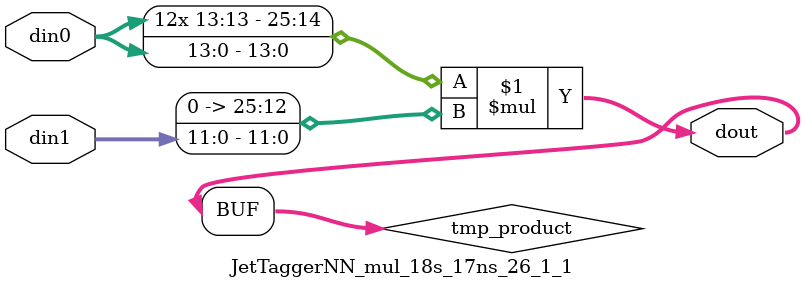
<source format=v>

`timescale 1 ns / 1 ps

  module JetTaggerNN_mul_18s_17ns_26_1_1(din0, din1, dout);
parameter ID = 1;
parameter NUM_STAGE = 0;
parameter din0_WIDTH = 14;
parameter din1_WIDTH = 12;
parameter dout_WIDTH = 26;

input [din0_WIDTH - 1 : 0] din0; 
input [din1_WIDTH - 1 : 0] din1; 
output [dout_WIDTH - 1 : 0] dout;

wire signed [dout_WIDTH - 1 : 0] tmp_product;












assign tmp_product = $signed(din0) * $signed({1'b0, din1});









assign dout = tmp_product;







endmodule

</source>
